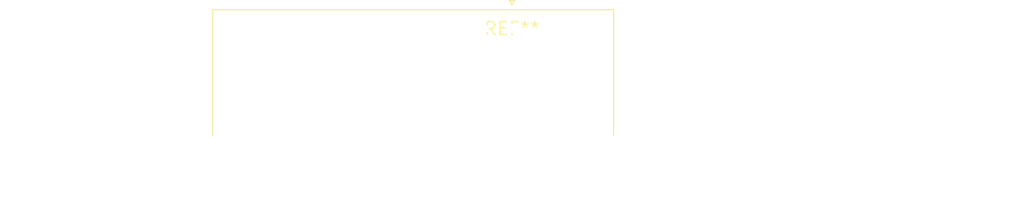
<source format=kicad_pcb>
(kicad_pcb (version 20240108) (generator pcbnew)
  (layers (0 "F.Cu" signal) (31 "B.Cu" signal) (34 "B.Paste" user) (35 "F.Paste" user) (36 "B.SilkS" user "B.Silkscreen") (37 "F.SilkS" user "F.Silkscreen") (38 "B.Mask" user) (39 "F.Mask" user) (44 "Edge.Cuts" user))
  (net 0 "")
  (footprint "DSUB-15_Female_Horizontal_P2.77x2.84mm_EdgePinOffset7.70mm_Housed_MountingHolesOffset9.12mm" (layer "F.Cu") (at 0 0)
    (property "Reference" "REF**")
    (property "Value" "DSUB-15_Female_Horizontal_P2.77x2.84mm_EdgePinOffset7.70mm_Housed_MountingHolesOffset9.12mm")
    (fp_line (start -29.355 -1.86) (end 9.965 -1.86) (layer "F.SilkS") (stroke (width 0.12)))
    (fp_line (start -29.355 10.48) (end -29.355 -1.86) (layer "F.SilkS") (stroke (width 0.12)))
    (fp_line (start -0.25 -2.754338) (end 0.25 -2.754338) (layer "F.SilkS") (stroke (width 0.12)))
    (fp_line (start 0 -2.321325) (end -0.25 -2.754338) (layer "F.SilkS") (stroke (width 0.12)))
    (fp_line (start 0.25 -2.754338) (end 0 -2.321325) (layer "F.SilkS") (stroke (width 0.12)))
    (fp_line (start 9.965 -1.86) (end 9.965 10.48) (layer "F.SilkS") (stroke (width 0.12)))
    (pad "0" thru_hole circle (at -26.345 1.42) (size 4 4) (drill 3.2) (layers *.Cu *.Mask) (remove_unused_layers))
    (pad "0" thru_hole circle (at 6.955 1.42) (size 4 4) (drill 3.2) (layers *.Cu *.Mask) (remove_unused_layers))
    (pad "1" thru_hole rect (at 0 0) (size 1.6 1.6) (drill 1) (layers *.Cu *.Mask) (remove_unused_layers))
    (pad "2" thru_hole circle (at -2.77 0) (size 1.6 1.6) (drill 1) (layers *.Cu *.Mask) (remove_unused_layers))
    (pad "3" thru_hole circle (at -5.54 0) (size 1.6 1.6) (drill 1) (layers *.Cu *.Mask) (remove_unused_layers))
    (pad "4" thru_hole circle (at -8.31 0) (size 1.6 1.6) (drill 1) (layers *.Cu *.Mask) (remove_unused_layers))
    (pad "5" thru_hole circle (at -11.08 0) (size 1.6 1.6) (drill 1) (layers *.Cu *.Mask) (remove_unused_layers))
    (pad "6" thru_hole circle (at -13.85 0) (size 1.6 1.6) (drill 1) (layers *.Cu *.Mask) (remove_unused_layers))
    (pad "7" thru_hole circle (at -16.62 0) (size 1.6 1.6) (drill 1) (layers *.Cu *.Mask) (remove_unused_layers))
    (pad "8" thru_hole circle (at -19.39 0) (size 1.6 1.6) (drill 1) (layers *.Cu *.Mask) (remove_unused_layers))
    (pad "9" thru_hole circle (at -1.385 2.84) (size 1.6 1.6) (drill 1) (layers *.Cu *.Mask) (remove_unused_layers))
    (pad "10" thru_hole circle (at -4.155 2.84) (size 1.6 1.6) (drill 1) (layers *.Cu *.Mask) (remove_unused_layers))
    (pad "11" thru_hole circle (at -6.925 2.84) (size 1.6 1.6) (drill 1) (layers *.Cu *.Mask) (remove_unused_layers))
    (pad "12" thru_hole circle (at -9.695 2.84) (size 1.6 1.6) (drill 1) (layers *.Cu *.Mask) (remove_unused_layers))
    (pad "13" thru_hole circle (at -12.465 2.84) (size 1.6 1.6) (drill 1) (layers *.Cu *.Mask) (remove_unused_layers))
    (pad "14" thru_hole circle (at -15.235 2.84) (size 1.6 1.6) (drill 1) (layers *.Cu *.Mask) (remove_unused_layers))
    (pad "15" thru_hole circle (at -18.005 2.84) (size 1.6 1.6) (drill 1) (layers *.Cu *.Mask) (remove_unused_layers))
  )
)
</source>
